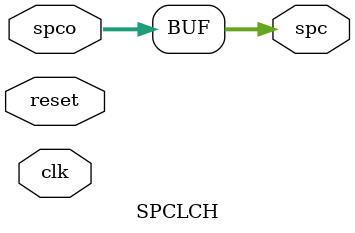
<source format=v>

`timescale 1ns/1ps
`default_nettype none

module SPCLCH
  (input wire [18:0]  spco,
   output wire [18:0] spc,

   input wire	      clk,
   input wire	      reset);

   ////////////////////////////////////////////////////////////////////////////////

   assign spc = spco;

endmodule

`default_nettype wire

// Local Variables:
// verilog-library-directories: ("..")
// End:

</source>
